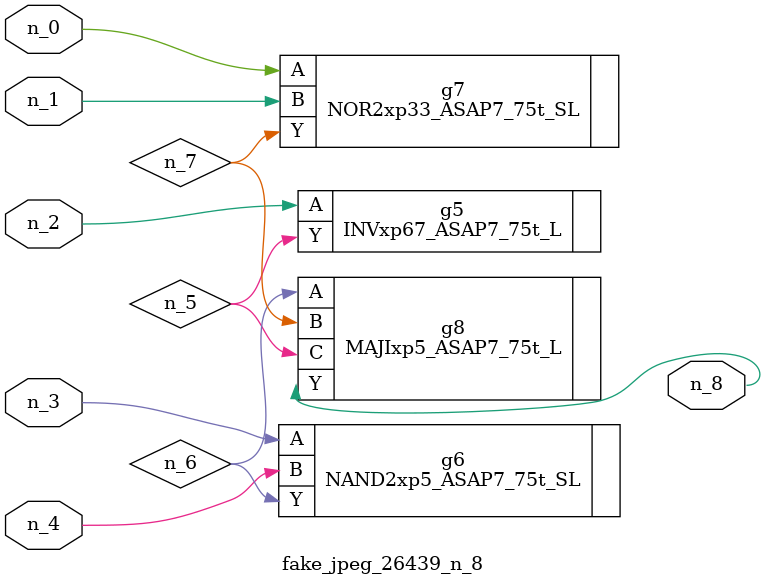
<source format=v>
module fake_jpeg_26439_n_8 (n_3, n_2, n_1, n_0, n_4, n_8);

input n_3;
input n_2;
input n_1;
input n_0;
input n_4;

output n_8;

wire n_6;
wire n_5;
wire n_7;

INVxp67_ASAP7_75t_L g5 ( 
.A(n_2),
.Y(n_5)
);

NAND2xp5_ASAP7_75t_SL g6 ( 
.A(n_3),
.B(n_4),
.Y(n_6)
);

NOR2xp33_ASAP7_75t_SL g7 ( 
.A(n_0),
.B(n_1),
.Y(n_7)
);

MAJIxp5_ASAP7_75t_L g8 ( 
.A(n_6),
.B(n_7),
.C(n_5),
.Y(n_8)
);


endmodule
</source>
